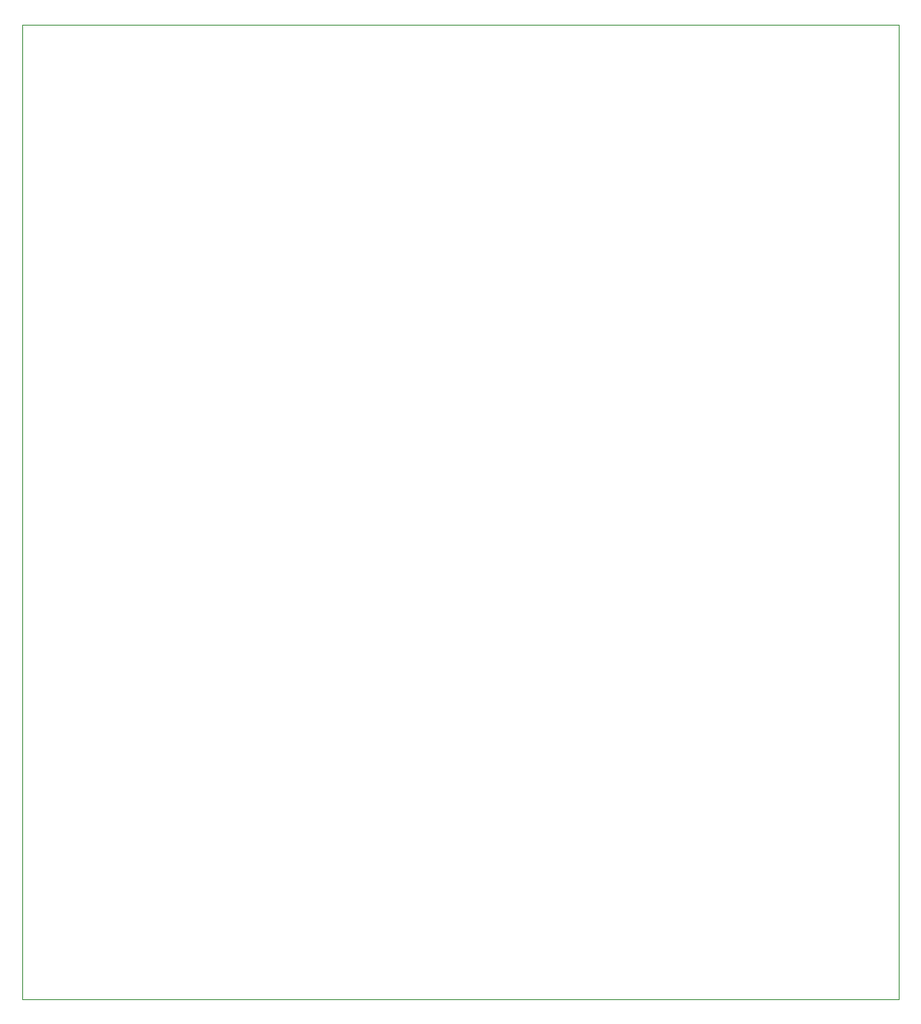
<source format=gbr>
G04 #@! TF.GenerationSoftware,KiCad,Pcbnew,7.0.10*
G04 #@! TF.CreationDate,2024-08-03T17:22:43+10:00*
G04 #@! TF.ProjectId,MK_Seq take 2,4d4b5f53-6571-4207-9461-6b6520322e6b,rev?*
G04 #@! TF.SameCoordinates,Original*
G04 #@! TF.FileFunction,Profile,NP*
%FSLAX46Y46*%
G04 Gerber Fmt 4.6, Leading zero omitted, Abs format (unit mm)*
G04 Created by KiCad (PCBNEW 7.0.10) date 2024-08-03 17:22:43*
%MOMM*%
%LPD*%
G01*
G04 APERTURE LIST*
G04 #@! TA.AperFunction,Profile*
%ADD10C,0.100000*%
G04 #@! TD*
G04 APERTURE END LIST*
D10*
X19685000Y-19685000D02*
X109685000Y-19685000D01*
X109685000Y-119685000D01*
X19685000Y-119685000D01*
X19685000Y-19685000D01*
M02*

</source>
